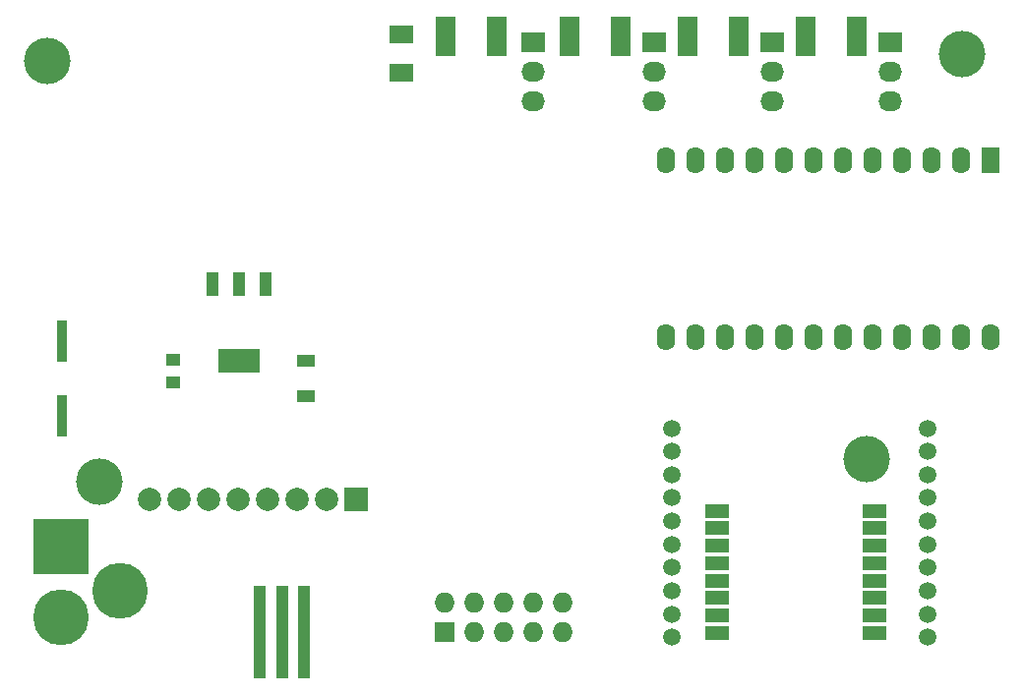
<source format=gts>
G04 #@! TF.FileFunction,Soldermask,Top*
%FSLAX46Y46*%
G04 Gerber Fmt 4.6, Leading zero omitted, Abs format (unit mm)*
G04 Created by KiCad (PCBNEW (2015-01-16 BZR 5376)-product) date 27/05/2015 14:11:43*
%MOMM*%
G01*
G04 APERTURE LIST*
%ADD10C,0.100000*%
%ADD11R,1.000000X8.000000*%
%ADD12R,2.032000X1.524000*%
%ADD13C,2.000000*%
%ADD14R,2.000000X2.000000*%
%ADD15R,1.574800X2.286000*%
%ADD16O,1.574800X2.286000*%
%ADD17R,1.727200X1.727200*%
%ADD18O,1.727200X1.727200*%
%ADD19C,4.800600*%
%ADD20R,4.800600X4.800600*%
%ADD21R,2.000000X1.200000*%
%ADD22R,3.657600X2.032000*%
%ADD23R,1.016000X2.032000*%
%ADD24R,2.032000X1.727200*%
%ADD25O,2.032000X1.727200*%
%ADD26C,1.500000*%
%ADD27R,1.780000X3.500000*%
%ADD28C,4.000000*%
%ADD29R,0.920000X3.600000*%
%ADD30R,1.600000X1.000000*%
%ADD31R,1.250000X1.000000*%
G04 APERTURE END LIST*
D10*
D11*
X114173000Y-125984000D03*
X116078000Y-125984000D03*
X117983000Y-125984000D03*
D12*
X126365000Y-77851000D03*
X126365000Y-74549000D03*
D13*
X104648000Y-114554000D03*
X107188000Y-114554000D03*
X109728000Y-114554000D03*
X112268000Y-114554000D03*
X114808000Y-114554000D03*
X117348000Y-114554000D03*
X119888000Y-114554000D03*
D14*
X122428000Y-114554000D03*
D15*
X177038000Y-85344000D03*
D16*
X174498000Y-85344000D03*
X171958000Y-85344000D03*
X169418000Y-85344000D03*
X166878000Y-85344000D03*
X164338000Y-85344000D03*
X161798000Y-85344000D03*
X159258000Y-85344000D03*
X156718000Y-85344000D03*
X154178000Y-85344000D03*
X151638000Y-85344000D03*
X149098000Y-85344000D03*
X149098000Y-100584000D03*
X151638000Y-100584000D03*
X154178000Y-100584000D03*
X156718000Y-100584000D03*
X159258000Y-100584000D03*
X161798000Y-100584000D03*
X164338000Y-100584000D03*
X166878000Y-100584000D03*
X169418000Y-100584000D03*
X171958000Y-100584000D03*
X174498000Y-100584000D03*
X177038000Y-100584000D03*
D17*
X130048000Y-125984000D03*
D18*
X130048000Y-123444000D03*
X132588000Y-125984000D03*
X132588000Y-123444000D03*
X135128000Y-125984000D03*
X135128000Y-123444000D03*
X137668000Y-125984000D03*
X137668000Y-123444000D03*
X140208000Y-125984000D03*
X140208000Y-123444000D03*
D19*
X97028000Y-124714000D03*
D20*
X97028000Y-118618000D03*
D19*
X102108000Y-122428000D03*
D21*
X167028000Y-126054000D03*
X167028000Y-124554000D03*
X167028000Y-123054000D03*
X167028000Y-121554000D03*
X167028000Y-120054000D03*
X167028000Y-118554000D03*
X167028000Y-117054000D03*
X167028000Y-115554000D03*
X153528000Y-115554000D03*
X153528000Y-117054000D03*
X153528000Y-118554000D03*
X153528000Y-120054000D03*
X153528000Y-121554000D03*
X153528000Y-123054000D03*
X153528000Y-124554000D03*
X153528000Y-126054000D03*
D22*
X112395000Y-102616000D03*
D23*
X112395000Y-96012000D03*
X110109000Y-96012000D03*
X114681000Y-96012000D03*
D24*
X148082000Y-75184000D03*
D25*
X148082000Y-77724000D03*
X148082000Y-80264000D03*
D24*
X158242000Y-75184000D03*
D25*
X158242000Y-77724000D03*
X158242000Y-80264000D03*
D24*
X168402000Y-75184000D03*
D25*
X168402000Y-77724000D03*
X168402000Y-80264000D03*
D24*
X137668000Y-75184000D03*
D25*
X137668000Y-77724000D03*
X137668000Y-80264000D03*
D26*
X171655000Y-126435000D03*
X171655000Y-124435000D03*
X171655000Y-122435000D03*
X171655000Y-120435000D03*
X171655000Y-118435000D03*
X171655000Y-116435000D03*
X171655000Y-114435000D03*
X171655000Y-112435000D03*
X171655000Y-110435000D03*
X171655000Y-108435000D03*
X149655000Y-108435000D03*
X149655000Y-110435000D03*
X149655000Y-112435000D03*
X149655000Y-114435000D03*
X149655000Y-116435000D03*
X149655000Y-118435000D03*
X149655000Y-120435000D03*
X149655000Y-122435000D03*
X149655000Y-124435000D03*
X149655000Y-126435000D03*
D27*
X165492000Y-74676000D03*
X161152000Y-74676000D03*
X145172000Y-74676000D03*
X140832000Y-74676000D03*
X155332000Y-74676000D03*
X150992000Y-74676000D03*
X134504000Y-74676000D03*
X130164000Y-74676000D03*
D28*
X95885000Y-76835000D03*
X174625000Y-76200000D03*
X100330000Y-113030000D03*
X166370000Y-111125000D03*
D29*
X97155000Y-107390000D03*
X97155000Y-100890000D03*
D30*
X118110000Y-105640000D03*
X118110000Y-102640000D03*
D31*
X106680000Y-102505000D03*
X106680000Y-104505000D03*
M02*

</source>
